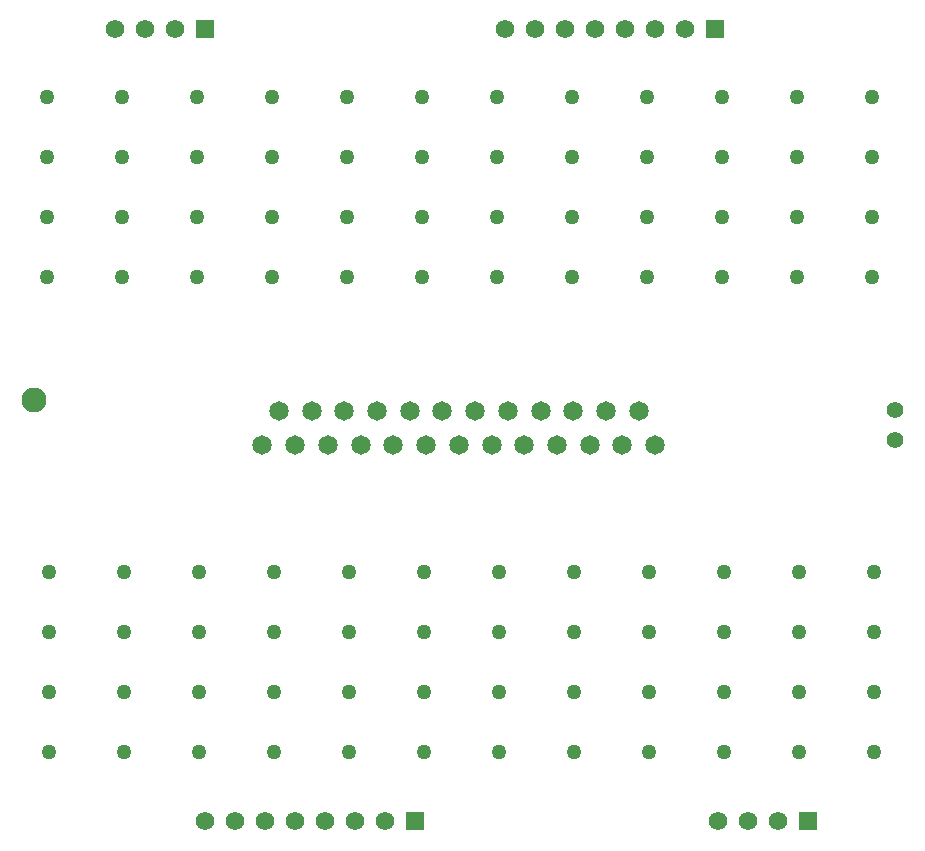
<source format=gbr>
%TF.GenerationSoftware,Altium Limited,Altium Designer,24.1.2 (44)*%
G04 Layer_Color=16711935*
%FSLAX45Y45*%
%MOMM*%
%TF.SameCoordinates,7409CC48-22DB-44E9-B9CF-AE3C77DAA70A*%
%TF.FilePolarity,Negative*%
%TF.FileFunction,Soldermask,Bot*%
%TF.Part,Single*%
G01*
G75*
%TA.AperFunction,ComponentPad*%
%ADD12C,1.65100*%
%ADD16C,1.27000*%
%ADD17C,1.39700*%
%ADD24R,1.57320X1.57320*%
%ADD25C,1.57320*%
%ADD26C,2.10820*%
D12*
X2267100Y3390900D02*
D03*
X2544100D02*
D03*
X2821100D02*
D03*
X3098100D02*
D03*
X3375100D02*
D03*
X3652100D02*
D03*
X3929100D02*
D03*
X4206100D02*
D03*
X4483100D02*
D03*
X4760100D02*
D03*
X5037100D02*
D03*
X5314100D02*
D03*
X5591100D02*
D03*
X2405600Y3674900D02*
D03*
X2682600D02*
D03*
X2959600D02*
D03*
X3236600D02*
D03*
X3513600D02*
D03*
X3790600D02*
D03*
X4067600D02*
D03*
X4344600D02*
D03*
X4621600D02*
D03*
X4898600D02*
D03*
X5175600D02*
D03*
X5452600D02*
D03*
D16*
X457200Y787400D02*
D03*
Y1295400D02*
D03*
Y1803400D02*
D03*
Y2311400D02*
D03*
X2349500Y6337300D02*
D03*
Y5829300D02*
D03*
Y5321300D02*
D03*
Y4813300D02*
D03*
X1092200Y2311400D02*
D03*
Y1803400D02*
D03*
Y1295400D02*
D03*
Y787400D02*
D03*
X1727200Y2311400D02*
D03*
Y1803400D02*
D03*
Y1295400D02*
D03*
Y787400D02*
D03*
X2362200Y2311400D02*
D03*
Y1803400D02*
D03*
Y1295400D02*
D03*
Y787400D02*
D03*
X4902200Y2311400D02*
D03*
Y1803400D02*
D03*
Y1295400D02*
D03*
Y787400D02*
D03*
X4267200Y2311400D02*
D03*
Y1803400D02*
D03*
Y1295400D02*
D03*
Y787400D02*
D03*
X3632200Y2311400D02*
D03*
Y1803400D02*
D03*
Y1295400D02*
D03*
Y787400D02*
D03*
X2997200Y2311400D02*
D03*
Y1803400D02*
D03*
Y1295400D02*
D03*
Y787400D02*
D03*
X5537200Y2311400D02*
D03*
Y1803400D02*
D03*
Y1295400D02*
D03*
Y787400D02*
D03*
X6172200Y2311400D02*
D03*
Y1803400D02*
D03*
Y1295400D02*
D03*
Y787400D02*
D03*
X6807200Y2311400D02*
D03*
Y1803400D02*
D03*
Y1295400D02*
D03*
Y787400D02*
D03*
X7442200Y2311400D02*
D03*
Y1803400D02*
D03*
Y1295400D02*
D03*
Y787400D02*
D03*
X444500Y4813300D02*
D03*
Y5321300D02*
D03*
Y5829300D02*
D03*
Y6337300D02*
D03*
X1079500Y4813300D02*
D03*
Y5321300D02*
D03*
Y5829300D02*
D03*
Y6337300D02*
D03*
X1714500Y4813300D02*
D03*
Y5321300D02*
D03*
Y5829300D02*
D03*
Y6337300D02*
D03*
X2984500Y4813300D02*
D03*
Y5321300D02*
D03*
Y5829300D02*
D03*
Y6337300D02*
D03*
X3619500Y4813300D02*
D03*
Y5321300D02*
D03*
Y5829300D02*
D03*
Y6337300D02*
D03*
X4254500Y4813300D02*
D03*
Y5321300D02*
D03*
Y5829300D02*
D03*
Y6337300D02*
D03*
X4889500Y4813300D02*
D03*
Y5321300D02*
D03*
Y5829300D02*
D03*
Y6337300D02*
D03*
X5524500Y4813300D02*
D03*
Y5321300D02*
D03*
Y5829300D02*
D03*
Y6337300D02*
D03*
X6159500Y4813300D02*
D03*
Y5321300D02*
D03*
Y5829300D02*
D03*
Y6337300D02*
D03*
X6794500Y4813300D02*
D03*
Y5321300D02*
D03*
Y5829300D02*
D03*
Y6337300D02*
D03*
X7429500Y4813300D02*
D03*
Y5321300D02*
D03*
Y5829300D02*
D03*
Y6337300D02*
D03*
D17*
X7620000Y3429000D02*
D03*
Y3683000D02*
D03*
D24*
X6883400Y203200D02*
D03*
X1778000Y6908800D02*
D03*
X6096000D02*
D03*
X3556000Y203200D02*
D03*
D25*
X6629400D02*
D03*
X6375400D02*
D03*
X6121400D02*
D03*
X1016000Y6908800D02*
D03*
X1270000D02*
D03*
X1524000D02*
D03*
X4318000D02*
D03*
X4572000D02*
D03*
X4826000D02*
D03*
X5080000D02*
D03*
X5334000D02*
D03*
X5588000D02*
D03*
X5842000D02*
D03*
X1778000Y203200D02*
D03*
X2032000D02*
D03*
X2286000D02*
D03*
X2540000D02*
D03*
X2794000D02*
D03*
X3048000D02*
D03*
X3302000D02*
D03*
D26*
X336550Y3768716D02*
D03*
%TF.MD5,7f818db3ed4cfcd11d694c7ef4ba39d3*%
M02*

</source>
